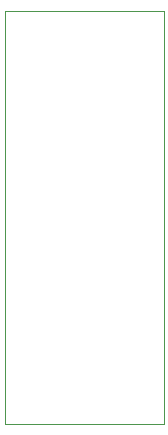
<source format=gko>
G04*
G04 #@! TF.GenerationSoftware,Altium Limited,Altium Designer,22.5.1 (42)*
G04*
G04 Layer_Color=8388736*
%FSLAX25Y25*%
%MOIN*%
G70*
G04*
G04 #@! TF.SameCoordinates,F4BDB8C5-AA08-489F-84F8-1F85F11D6988*
G04*
G04*
G04 #@! TF.FilePolarity,Positive*
G04*
G01*
G75*
%ADD13C,0.00394*%
D13*
X19685Y15748D02*
Y153543D01*
Y15748D02*
X72835D01*
Y153543D01*
X19685D02*
X72835D01*
M02*

</source>
